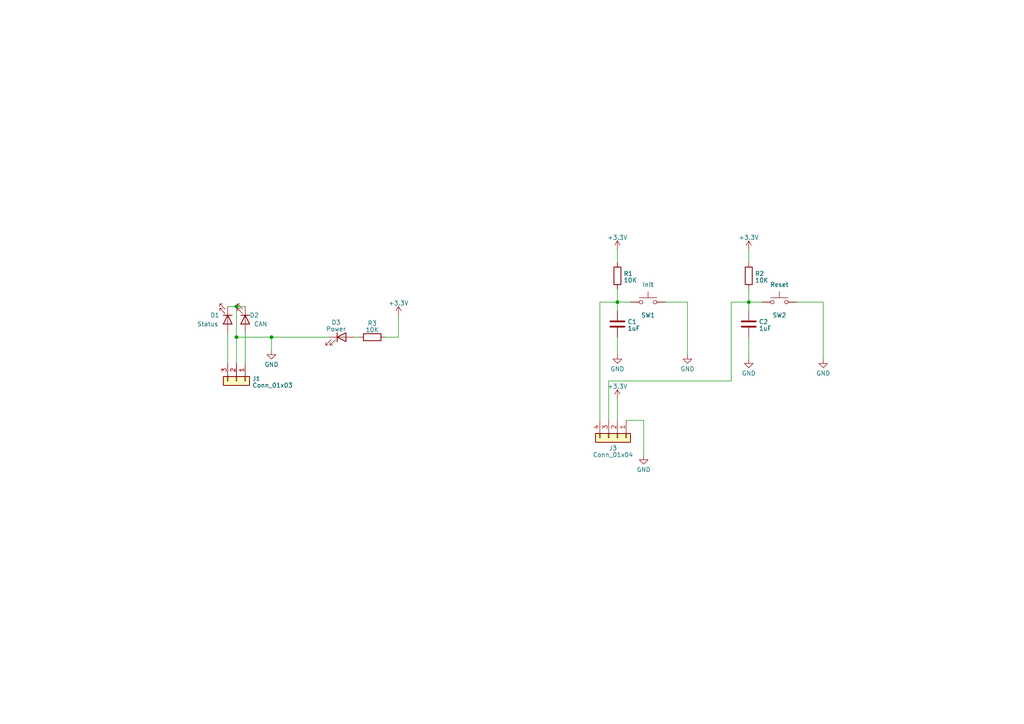
<source format=kicad_sch>
(kicad_sch (version 20230121) (generator eeschema)
  (paper "A4")
  (title_block (title "Upper Interface card Z-102") (date "2023-04-24") (rev "A") (company "Grodans Paradis AB"))
  (lib_symbols
    (symbol "Connector_Generic:Conn_01x03" (pin_names (offset 1.016) hide)
      (property "Reference" "J" (at 0 5.08 0))
      (property "Value" "Conn_01x03" (at 0 -5.08 0))
      (symbol "Conn_01x03_1_1"
        (rectangle (start -1.27 -2.413) (end 0 -2.667) (stroke (width 0.1524)))
        (rectangle (start -1.27 0.127) (end 0 -0.127) (stroke (width 0.1524)))
        (rectangle (start -1.27 2.667) (end 0 2.413) (stroke (width 0.1524)))
        (rectangle (start -1.27 3.81) (end 1.27 -3.81) (stroke (width 0.254)) (fill (type background)))
        (pin passive line (at -5.08 2.54 0) (length 3.81) (name "Pin_1") (number "1"))
        (pin passive line (at -5.08 0 0) (length 3.81) (name "Pin_2") (number "2"))
        (pin passive line (at -5.08 -2.54 0) (length 3.81) (name "Pin_3") (number "3"))
      )
    )
    (symbol "Connector_Generic:Conn_01x04" (pin_names (offset 1.016) hide)
      (property "Reference" "J" (at 0 5.08 0))
      (property "Value" "Conn_01x04" (at 0 -7.62 0))
      (symbol "Conn_01x04_1_1"
        (rectangle (start -1.27 -4.953) (end 0 -5.207) (stroke (width 0.1524)))
        (rectangle (start -1.27 -2.413) (end 0 -2.667) (stroke (width 0.1524)))
        (rectangle (start -1.27 0.127) (end 0 -0.127) (stroke (width 0.1524)))
        (rectangle (start -1.27 2.667) (end 0 2.413) (stroke (width 0.1524)))
        (rectangle (start -1.27 3.81) (end 1.27 -6.35) (stroke (width 0.254)) (fill (type background)))
        (pin passive line (at -5.08 2.54 0) (length 3.81) (name "Pin_1") (number "1"))
        (pin passive line (at -5.08 0 0) (length 3.81) (name "Pin_2") (number "2"))
        (pin passive line (at -5.08 -2.54 0) (length 3.81) (name "Pin_3") (number "3"))
        (pin passive line (at -5.08 -5.08 0) (length 3.81) (name "Pin_4") (number "4"))
      )
    )
    (symbol "Device:C" (pin_numbers hide) (pin_names (offset 0.254))
      (property "Reference" "C" (at 0.635 2.54 0))
      (property "Value" "C" (at 0.635 -2.54 0))
      (symbol "C_0_1"
        (polyline (pts (xy -2.032 -0.762) (xy 2.032 -0.762)) (stroke (width 0.508)))
        (polyline (pts (xy -2.032 0.762) (xy 2.032 0.762)) (stroke (width 0.508)))
      )
      (symbol "C_1_1"
        (pin passive line (at 0 3.81 270) (length 2.794) (name "~") (number "1"))
        (pin passive line (at 0 -3.81 90) (length 2.794) (name "~") (number "2"))
      )
    )
    (symbol "Device:LED" (pin_numbers hide) (pin_names (offset 1.016) hide)
      (property "Reference" "D" (at 0 2.54 0))
      (property "Value" "LED" (at 0 -2.54 0))
      (symbol "LED_0_1"
        (polyline (pts (xy -1.27 -1.27) (xy -1.27 1.27)) (stroke (width 0.254)))
        (polyline (pts (xy -1.27 0) (xy 1.27 0)))
        (polyline (pts (xy 1.27 -1.27) (xy 1.27 1.27) (xy -1.27 0) (xy 1.27 -1.27)) (stroke (width 0.254)))
        (polyline (pts (xy -3.048 -0.762) (xy -4.572 -2.286) (xy -3.81 -2.286) (xy -4.572 -2.286) (xy -4.572 -1.524)))
        (polyline (pts (xy -1.778 -0.762) (xy -3.302 -2.286) (xy -2.54 -2.286) (xy -3.302 -2.286) (xy -3.302 -1.524)))
      )
      (symbol "LED_1_1"
        (pin passive line (at -3.81 0 0) (length 2.54) (name "K") (number "1"))
        (pin passive line (at 3.81 0 180) (length 2.54) (name "A") (number "2"))
      )
    )
    (symbol "Device:R" (pin_numbers hide) (pin_names (offset 0))
      (property "Reference" "R" (at 2.032 0 90))
      (property "Value" "R" (at 0 0 90))
      (symbol "R_0_1"
        (rectangle (start -1.016 -2.54) (end 1.016 2.54) (stroke (width 0.254)))
      )
      (symbol "R_1_1"
        (pin passive line (at 0 3.81 270) (length 1.27) (name "~") (number "1"))
        (pin passive line (at 0 -3.81 90) (length 1.27) (name "~") (number "2"))
      )
    )
    (symbol "Switch:SW_Push" (pin_numbers hide) (pin_names (offset 1.016) hide)
      (property "Reference" "SW" (at 1.27 2.54 0))
      (property "Value" "SW_Push" (at 0 -1.524 0))
      (symbol "SW_Push_0_1"
        (circle (center -2.032 0) (radius 0.508))
        (polyline (pts (xy 0 1.27) (xy 0 3.048)))
        (polyline (pts (xy 2.54 1.27) (xy -2.54 1.27)))
        (circle (center 2.032 0) (radius 0.508))
        (pin passive line (at -5.08 0 0) (length 2.54) (name "1") (number "1"))
        (pin passive line (at 5.08 0 180) (length 2.54) (name "2") (number "2"))
      )
    )
    (symbol "power:+3.3V" (power) (pin_names (offset 0))
      (property "Value" "+3.3V" (at 0 3.556 0))
      (symbol "+3.3V_0_1"
        (polyline (pts (xy -0.762 1.27) (xy 0 2.54)))
        (polyline (pts (xy 0 0) (xy 0 2.54)))
        (polyline (pts (xy 0 2.54) (xy 0.762 1.27)))
      )
      (symbol "+3.3V_1_1"
        (pin power_in line (at 0 0 90) (length 0) hide (name "+3.3V") (number "1"))
      )
    )
    (symbol "power:GND" (power) (pin_names (offset 0))
      (property "Value" "GND" (at 0 -3.81 0))
      (symbol "GND_0_1"
        (polyline (pts (xy 0 0) (xy 0 -1.27) (xy 1.27 -1.27) (xy 0 -2.54) (xy -1.27 -1.27) (xy 0 -1.27)))
      )
      (symbol "GND_1_1"
        (pin power_in line (at 0 0 270) (length 0) hide (name "GND") (number "1"))
      )
    )
  )
  (junction (at 68.58 97.79))
  (junction (at 217.17 87.63))
  (junction (at 78.74 97.79))
  (junction (at 68.58 88.9))
  (junction (at 179.07 87.63))
  (wire (pts (xy 78.74 101.6) (xy 78.74 97.79)))
  (wire (pts (xy 217.17 87.63) (xy 217.17 83.82)))
  (wire (pts (xy 179.07 87.63) (xy 179.07 83.82)))
  (wire (pts (xy 78.74 97.79) (xy 95.25 97.79)))
  (wire (pts (xy 78.74 97.79) (xy 68.58 97.79)))
  (wire (pts (xy 181.61 121.92) (xy 186.69 121.92)))
  (wire (pts (xy 179.07 87.63) (xy 179.07 90.17)))
  (wire (pts (xy 68.58 88.9) (xy 71.12 88.9)))
  (wire (pts (xy 179.07 115.57) (xy 179.07 121.92)))
  (wire (pts (xy 176.53 110.49) (xy 212.09 110.49)))
  (wire (pts (xy 217.17 87.63) (xy 217.17 90.17)))
  (wire (pts (xy 212.09 87.63) (xy 217.17 87.63)))
  (wire (pts (xy 217.17 97.79) (xy 217.17 104.14)))
  (wire (pts (xy 68.58 97.79) (xy 68.58 105.41)))
  (wire (pts (xy 173.99 87.63) (xy 173.99 121.92)))
  (wire (pts (xy 179.07 87.63) (xy 173.99 87.63)))
  (wire (pts (xy 220.98 87.63) (xy 217.17 87.63)))
  (wire (pts (xy 66.04 88.9) (xy 68.58 88.9)))
  (wire (pts (xy 71.12 96.52) (xy 71.12 105.41)))
  (wire (pts (xy 217.17 72.39) (xy 217.17 76.2)))
  (wire (pts (xy 212.09 110.49) (xy 212.09 87.63)))
  (wire (pts (xy 68.58 88.9) (xy 68.58 97.79)))
  (wire (pts (xy 102.87 97.79) (xy 104.14 97.79)))
  (wire (pts (xy 199.39 87.63) (xy 199.39 102.87)))
  (wire (pts (xy 186.69 121.92) (xy 186.69 132.08)))
  (wire (pts (xy 193.04 87.63) (xy 199.39 87.63)))
  (wire (pts (xy 179.07 72.39) (xy 179.07 76.2)))
  (wire (pts (xy 231.14 87.63) (xy 238.76 87.63)))
  (wire (pts (xy 66.04 96.52) (xy 66.04 105.41)))
  (wire (pts (xy 179.07 97.79) (xy 179.07 102.87)))
  (wire (pts (xy 238.76 87.63) (xy 238.76 104.14)))
  (wire (pts (xy 111.76 97.79) (xy 115.57 97.79)))
  (wire (pts (xy 182.88 87.63) (xy 179.07 87.63)))
  (wire (pts (xy 115.57 97.79) (xy 115.57 91.44)))
  (wire (pts (xy 176.53 121.92) (xy 176.53 110.49)))
  (symbol (lib_id "Device:R") (at 179.07 80.01 0) (unit 1)
    (property "Reference" "R1" (at 180.848 79.3663 0) (effects (justify left)))
    (property "Value" "10K" (at 180.848 81.2873 0) (effects (justify left)))
    (property "Footprint" "Resistor_SMD:R_0805_2012Metric_Pad1.20x1.40mm_HandSolder" (effects hide))
  )
  (symbol (lib_id "power:+3.3V") (at 179.07 72.39 0) (unit 1)
    (property "Reference" "#PWR06" (effects hide))
    (property "Value" "+3.3V" (at 179.07 68.8881 0))
  )
  (symbol (lib_id "power:GND") (at 199.39 102.87 0) (unit 1)
    (property "Reference" "#PWR02" (effects hide))
    (property "Value" "GND" (at 199.39 107.0055 0))
  )
  (symbol (lib_id "power:GND") (at 238.76 104.14 0) (unit 1)
    (property "Reference" "#PWR03" (effects hide))
    (property "Value" "GND" (at 238.76 108.2755 0))
  )
  (symbol (lib_id "Connector_Generic:Conn_01x04") (at 179.07 127 270) (unit 1)
    (property "Reference" "J3" (at 177.8 129.9925 90))
    (property "Value" "Conn_01x04" (at 177.8 131.9135 90))
    (property "Footprint" "Connector_PinHeader_2.54mm:PinHeader_1x04_P2.54mm_Vertical" (effects hide))
  )
  (symbol (lib_id "Device:R") (at 107.95 97.79 90) (unit 1)
    (property "Reference" "R3" (at 107.95 93.7641 90))
    (property "Value" "10K" (at 107.95 95.6851 90))
    (property "Footprint" "Resistor_SMD:R_0805_2012Metric_Pad1.20x1.40mm_HandSolder" (effects hide))
  )
  (symbol (lib_id "Switch:SW_Push") (at 226.06 87.63 0) (unit 1)
    (property "Reference" "SW2" (at 226.06 91.44 0))
    (property "Value" "Reset" (at 226.06 82.55 0))
    (property "Footprint" "Button_Switch_THT:SW_Tactile_Straight_KSL0Axx1LFTR" (effects hide))
  )
  (symbol (lib_id "power:GND") (at 78.74 101.6 0) (unit 1)
    (property "Reference" "#PWR01" (effects hide))
    (property "Value" "GND" (at 78.74 105.7355 0))
  )
  (symbol (lib_id "Device:LED") (at 66.04 92.71 270) (unit 1)
    (property "Reference" "D1" (at 60.96 91.44 90) (effects (justify left)))
    (property "Value" "Status" (at 57.15 93.98 90) (effects (justify left)))
    (property "Footprint" "LED_THT:LED_D3.0mm" (effects hide))
  )
  (symbol (lib_id "Connector_Generic:Conn_01x03") (at 68.58 110.49 270) (unit 1)
    (property "Reference" "J1" (at 73.152 109.8463 90) (effects (justify left)))
    (property "Value" "Conn_01x03" (at 73.152 111.7673 90) (effects (justify left)))
    (property "Footprint" "Connector_PinHeader_2.54mm:PinHeader_1x03_P2.54mm_Vertical" (effects hide))
  )
  (symbol (lib_id "Device:C") (at 217.17 93.98 0) (unit 1)
    (property "Reference" "C2" (at 220.091 93.3363 0) (effects (justify left)))
    (property "Value" "1uF" (at 220.091 95.2573 0) (effects (justify left)))
    (property "Footprint" "Capacitor_SMD:C_0805_2012Metric_Pad1.18x1.45mm_HandSolder" (effects hide))
  )
  (symbol (lib_id "Device:LED") (at 71.12 92.71 270) (unit 1)
    (property "Reference" "D2" (at 72.39 91.44 90) (effects (justify left)))
    (property "Value" "CAN" (at 73.66 93.98 90) (effects (justify left)))
    (property "Footprint" "LED_THT:LED_D3.0mm" (effects hide))
  )
  (symbol (lib_id "Device:C") (at 179.07 93.98 0) (unit 1)
    (property "Reference" "C1" (at 181.991 93.3363 0) (effects (justify left)))
    (property "Value" "1uF" (at 181.991 95.2573 0) (effects (justify left)))
    (property "Footprint" "Capacitor_SMD:C_0805_2012Metric_Pad1.18x1.45mm_HandSolder" (effects hide))
  )
  (symbol (lib_id "Switch:SW_Push") (at 187.96 87.63 0) (unit 1)
    (property "Reference" "SW1" (at 187.96 91.44 0))
    (property "Value" "Init" (at 187.96 82.55 0))
    (property "Footprint" "Button_Switch_THT:SW_Tactile_Straight_KSL0Axx1LFTR" (effects hide))
  )
  (symbol (lib_id "power:+3.3V") (at 115.57 91.44 0) (unit 1)
    (property "Reference" "#PWR010" (effects hide))
    (property "Value" "+3.3V" (at 115.57 87.9381 0))
  )
  (symbol (lib_id "Device:LED") (at 99.06 97.79 0) (unit 1)
    (property "Reference" "D3" (at 97.4725 93.5101 0))
    (property "Value" "Power" (at 97.4725 95.4311 0))
    (property "Footprint" "LED_THT:LED_D3.0mm" (effects hide))
  )
  (symbol (lib_id "power:GND") (at 179.07 102.87 0) (unit 1)
    (property "Reference" "#PWR04" (effects hide))
    (property "Value" "GND" (at 179.07 107.0055 0))
  )
  (symbol (lib_id "power:GND") (at 217.17 104.14 0) (unit 1)
    (property "Reference" "#PWR05" (effects hide))
    (property "Value" "GND" (at 217.17 108.2755 0))
  )
  (symbol (lib_id "Device:R") (at 217.17 80.01 0) (unit 1)
    (property "Reference" "R2" (at 218.948 79.3663 0) (effects (justify left)))
    (property "Value" "10K" (at 218.948 81.2873 0) (effects (justify left)))
    (property "Footprint" "Resistor_SMD:R_0805_2012Metric_Pad1.20x1.40mm_HandSolder" (effects hide))
  )
  (symbol (lib_id "power:+3.3V") (at 217.17 72.39 0) (unit 1)
    (property "Reference" "#PWR07" (effects hide))
    (property "Value" "+3.3V" (at 217.17 68.8881 0))
  )
  (symbol (lib_id "power:GND") (at 186.69 132.08 0) (unit 1)
    (property "Reference" "#PWR09" (effects hide))
    (property "Value" "GND" (at 186.69 136.2155 0))
  )
  (symbol (lib_id "power:+3.3V") (at 179.07 115.57 0) (unit 1)
    (property "Reference" "#PWR08" (effects hide))
    (property "Value" "+3.3V" (at 179.07 112.0681 0))
  )
)
</source>
